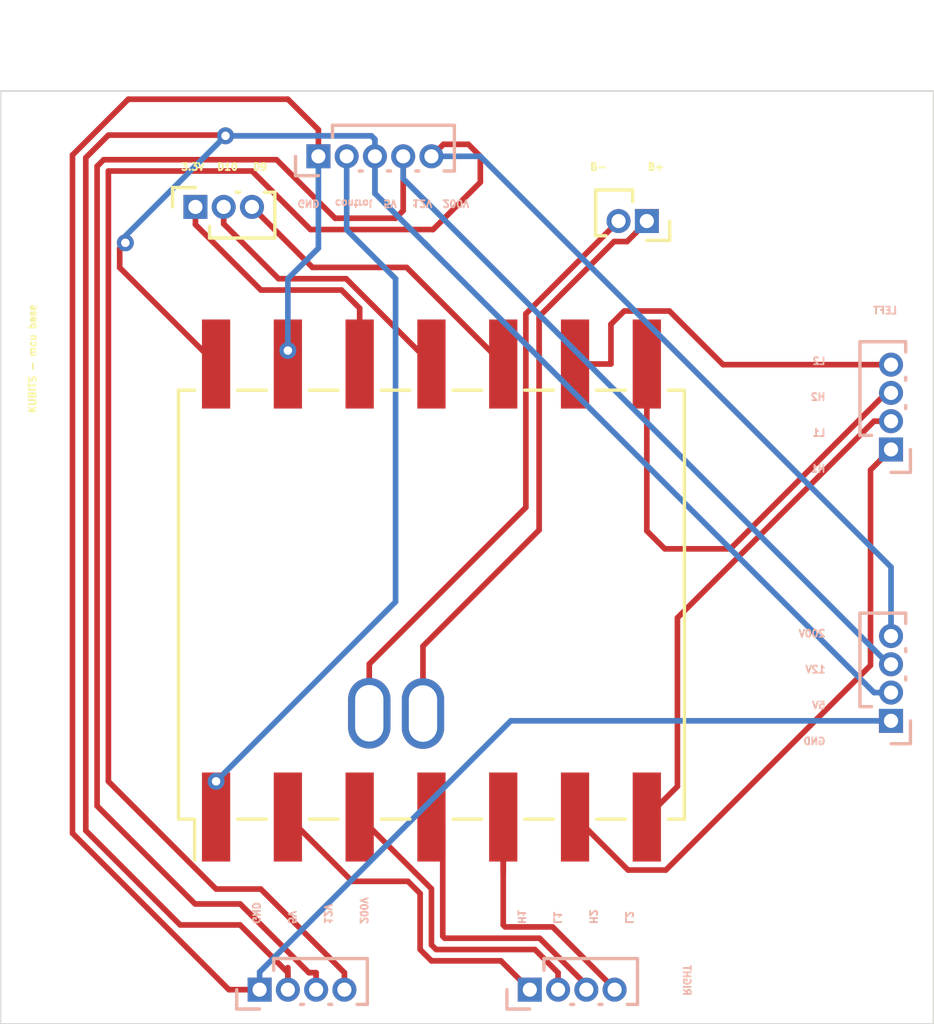
<source format=kicad_pcb>
(kicad_pcb (version 20240108) (generator "pcbnew") (generator_version "8.0")
  (layers (0 "F.Cu" signal) (31 "B.Cu" signal) (34 "B.Paste" user) (35 "F.Paste" user) (36 "B.SilkS" user "B.Silkscreen") (37 "F.SilkS" user "F.Silkscreen") (38 "B.Mask" user) (39 "F.Mask" user) (44 "Edge.Cuts" user))
  (net 0 "")
  (net 1 "Net-(J8-Pin_2)")
  (net 2 "Net-(J8-Pin_1)")
  (net 3 "/VLIN4")
  (net 4 "/VHIN2")
  (net 5 "/VHIN3")
  (net 6 "GND")
  (net 7 "Net-(J7-Pin_2)")
  (net 8 "Net-(J7-Pin_3)")
  (net 9 "V3_5")
  (net 10 "Net-(J7-Pin_1)")
  (net 11 "/VLIN2")
  (net 12 "/VLIN1")
  (net 13 "/VLIN3")
  (net 14 "/VHIN1")
  (net 15 "/VHIN4")
  (net 16 "flyout")
  (net 17 "V2_12")
  (net 18 "charge")
  (footprint "xiao_esp32c3:xiao_esp32c3" (layer "F.Cu") (at 118.64 83.122843 90)
    (property "Reference" "U1" (hide yes))
    (property "Value" "XIAO ESP32C3")
    (fp_line (start 6.5 -10.75) (end 6.5 -10.18) (stroke (width 0.12)) (layer "F.SilkS"))
    (fp_line (start -8.675 -10.75) (end 6.5 -10.75) (stroke (width 0.12)) (layer "F.SilkS"))
    (fp_line (start -8.675 -10.75) (end -8.675 -10.18) (stroke (width 0.12)) (layer "F.SilkS"))
    (fp_line (start -10.115 -10.18) (end -8.675 -10.18) (stroke (width 0.12)) (layer "F.SilkS"))
    (fp_line (start 6.5 -8.66) (end 6.5 -7.64) (stroke (width 0.12)) (layer "F.SilkS"))
    (fp_line (start -8.675 -8.66) (end -8.675 -7.64) (stroke (width 0.12)) (layer "F.SilkS"))
    (fp_line (start 6.5 -6.12) (end 6.5 -5.1) (stroke (width 0.12)) (layer "F.SilkS"))
    (fp_line (start -8.675 -6.12) (end -8.675 -5.1) (stroke (width 0.12)) (layer "F.SilkS"))
    (fp_line (start 6.5 -3.58) (end 6.5 -2.56) (stroke (width 0.12)) (layer "F.SilkS"))
    (fp_line (start -8.675 -3.58) (end -8.675 -2.56) (stroke (width 0.12)) (layer "F.SilkS"))
    (fp_line (start 6.5 -1.04) (end 6.5 -0.02) (stroke (width 0.12)) (layer "F.SilkS"))
    (fp_line (start -8.675 -1.04) (end -8.675 -0.02) (stroke (width 0.12)) (layer "F.SilkS"))
    (fp_line (start 6.5 1.5) (end 6.5 2.52) (stroke (width 0.12)) (layer "F.SilkS"))
    (fp_line (start -8.675 1.5) (end -8.675 2.52) (stroke (width 0.12)) (layer "F.SilkS"))
    (fp_line (start 6.5 4.04) (end 6.5 5.06) (stroke (width 0.12)) (layer "F.SilkS"))
    (fp_line (start -8.675 4.04) (end -8.675 5.06) (stroke (width 0.12)) (layer "F.SilkS"))
    (fp_line (start 6.5 6.58) (end 6.5 7.15) (stroke (width 0.12)) (layer "F.SilkS"))
    (fp_line (start -8.675 6.58) (end -8.675 7.15) (stroke (width 0.12)) (layer "F.SilkS"))
    (fp_line (start -8.675 7.15) (end 6.5 7.15) (stroke (width 0.12)) (layer "F.SilkS"))
    (pad "1" smd rect (at -8.6 -9.42 90) (size 3.15 1) (layers "F.Cu" "F.Paste" "F.Mask") (net 18 "charge"))
    (pad "2" smd rect (at -8.6 -6.88 90) (size 3.15 1) (layers "F.Cu" "F.Paste" "F.Mask") (net 14 "/VHIN1"))
    (pad "3" smd rect (at -8.6 -4.34 90) (size 3.15 1) (layers "F.Cu" "F.Paste" "F.Mask") (net 12 "/VLIN1"))
    (pad "4" smd rect (at -8.6 -1.8 90) (size 3.15 1) (layers "F.Cu" "F.Paste" "F.Mask") (net 4 "/VHIN2"))
    (pad "5" smd rect (at -8.6 0.74 90) (size 3.15 1) (layers "F.Cu" "F.Paste" "F.Mask") (net 11 "/VLIN2"))
    (pad "6" smd rect (at -8.6 3.28 90) (size 3.15 1) (layers "F.Cu" "F.Paste" "F.Mask") (net 5 "/VHIN3"))
    (pad "7" smd rect (at -8.6 5.82 90) (size 3.15 1) (layers "F.Cu" "F.Paste" "F.Mask") (net 13 "/VLIN3"))
    (pad "8" smd rect (at 7.425 5.82 90) (size 3.15 1) (layers "F.Cu" "F.Paste" "F.Mask") (net 15 "/VHIN4"))
    (pad "9" smd rect (at 7.425 3.28 90) (size 3.15 1) (layers "F.Cu" "F.Paste" "F.Mask") (net 3 "/VLIN4"))
    (pad "10" smd rect (at 7.425 0.74 90) (size 3.15 1) (layers "F.Cu" "F.Paste" "F.Mask") (net 8 "Net-(J7-Pin_3)"))
    (pad "11" smd rect (at 7.425 -1.8 90) (size 3.15 1) (layers "F.Cu" "F.Paste" "F.Mask") (net 7 "Net-(J7-Pin_2)"))
    (pad "12" smd rect (at 7.425 -4.34 90) (size 3.15 1) (layers "F.Cu" "F.Paste" "F.Mask") (net 10 "Net-(J7-Pin_1)"))
    (pad "13" smd rect (at 7.425 -6.88 90) (size 3.15 1) (layers "F.Cu" "F.Paste" "F.Mask") (net 6 "GND"))
    (pad "14" smd rect (at 7.425 -9.42 90) (size 3.15 1) (layers "F.Cu" "F.Paste" "F.Mask") (net 9 "V3_5"))
    (pad "B+" thru_hole oval (at -4.94 -2.1 90) (size 2.5 1.5) (drill oval 2 1) (layers "*.Cu" "*.Mask") (net 2 "Net-(J8-Pin_1)"))
    (pad "B-" thru_hole oval (at -4.929 -4 90) (size 2.5 1.5) (drill oval 2 1) (layers "*.Cu" "*.Mask") (net 1 "Net-(J8-Pin_2)"))
  )
  (footprint "Connector_PinSocket_1.00mm:PinSocket_1x02_P1.00mm_Vertical" (layer "F.Cu") (at 124.46 70.640343 -90)
    (property "Reference" "J8" (hide yes))
    (property "Value" "Conn_01x02_Socket")
    (fp_line (start -1.1 1.81) (end 0.52 1.81) (stroke (width 0.12)) (layer "F.SilkS"))
    (fp_line (start 0.52 1.445898) (end 0.52 1.81) (stroke (width 0.12)) (layer "F.SilkS"))
    (fp_line (start -1.1 0.5) (end -1.1 1.81) (stroke (width 0.12)) (layer "F.SilkS"))
    (fp_line (start -1.1 0.5) (end -0.685 0.5) (stroke (width 0.12)) (layer "F.SilkS"))
    (fp_line (start 0 -0.81) (end 0.685 -0.81) (stroke (width 0.12)) (layer "F.SilkS"))
    (fp_line (start 0.685 -0.81) (end 0.685 0) (stroke (width 0.12)) (layer "F.SilkS"))
    (pad "1" thru_hole rect (at 0 0 270) (size 0.85 0.85) (drill 0.5) (layers "*.Cu" "*.Mask") (net 2 "Net-(J8-Pin_1)"))
    (pad "2" thru_hole oval (at 0 1 270) (size 0.85 0.85) (drill 0.5) (layers "*.Cu" "*.Mask") (net 1 "Net-(J8-Pin_2)"))
  )
  (footprint "Connector_PinSocket_1.00mm:PinSocket_1x03_P1.00mm_Vertical" (layer "F.Cu") (at 108.49 70.140343 90)
    (property "Reference" "J7" (hide yes))
    (property "Value" "Conn_01x03_Socket")
    (fp_line (start 0.685 -0.81) (end 0.685 0) (stroke (width 0.12)) (layer "F.SilkS"))
    (fp_line (start 0 -0.81) (end 0.685 -0.81) (stroke (width 0.12)) (layer "F.SilkS"))
    (fp_line (start -1.1 0.5) (end -0.685 0.5) (stroke (width 0.12)) (layer "F.SilkS"))
    (fp_line (start -1.1 0.5) (end -1.1 2.81) (stroke (width 0.12)) (layer "F.SilkS"))
    (fp_line (start 0.52 1.445898) (end 0.52 1.554102) (stroke (width 0.12)) (layer "F.SilkS"))
    (fp_line (start 0.52 2.445898) (end 0.52 2.81) (stroke (width 0.12)) (layer "F.SilkS"))
    (fp_line (start -1.1 2.81) (end 0.52 2.81) (stroke (width 0.12)) (layer "F.SilkS"))
    (pad "1" thru_hole rect (at 0 0 90) (size 0.85 0.85) (drill 0.5) (layers "*.Cu" "*.Mask") (net 10 "Net-(J7-Pin_1)"))
    (pad "2" thru_hole oval (at 0 1 90) (size 0.85 0.85) (drill 0.5) (layers "*.Cu" "*.Mask") (net 7 "Net-(J7-Pin_2)"))
    (pad "3" thru_hole oval (at 0 2 90) (size 0.85 0.85) (drill 0.5) (layers "*.Cu" "*.Mask") (net 8 "Net-(J7-Pin_3)"))
  )
  (footprint "Connector_PinSocket_1.00mm:PinSocket_1x05_P1.00mm_Vertical" (layer "B.Cu") (at 112.84 68.350343 -90)
    (property "Reference" "J2" (hide yes))
    (property "Value" "Conn_01x05_Socket" (hide yes))
    (fp_line (start 0.685 0.81) (end 0 0.81) (stroke (width 0.12)) (layer "B.SilkS"))
    (fp_line (start 0.685 0) (end 0.685 0.81) (stroke (width 0.12)) (layer "B.SilkS"))
    (fp_line (start -0.685 -0.5) (end -1.1 -0.5) (stroke (width 0.12)) (layer "B.SilkS"))
    (fp_line (start 0.52 -1.554102) (end 0.52 -1.445898) (stroke (width 0.12)) (layer "B.SilkS"))
    (fp_line (start 0.52 -2.554102) (end 0.52 -2.445898) (stroke (width 0.12)) (layer "B.SilkS"))
    (fp_line (start 0.52 -3.554102) (end 0.52 -3.445898) (stroke (width 0.12)) (layer "B.SilkS"))
    (fp_line (start -1.1 -4.81) (end -1.1 -0.5) (stroke (width 0.12)) (layer "B.SilkS"))
    (fp_line (start 0.52 -4.81) (end 0.52 -4.445898) (stroke (width 0.12)) (layer "B.SilkS"))
    (fp_line (start 0.52 -4.81) (end -1.1 -4.81) (stroke (width 0.12)) (layer "B.SilkS"))
    (pad "1" thru_hole rect (at 0 0 270) (size 0.85 0.85) (drill 0.5) (layers "*.Cu" "*.Mask") (net 6 "GND"))
    (pad "2" thru_hole oval (at 0 -1 270) (size 0.85 0.85) (drill 0.5) (layers "*.Cu" "*.Mask") (net 18 "charge"))
    (pad "3" thru_hole oval (at 0 -2 270) (size 0.85 0.85) (drill 0.5) (layers "*.Cu" "*.Mask") (net 9 "V3_5"))
    (pad "4" thru_hole oval (at 0 -3 270) (size 0.85 0.85) (drill 0.5) (layers "*.Cu" "*.Mask") (net 17 "V2_12"))
    (pad "5" thru_hole oval (at 0 -4 270) (size 0.85 0.85) (drill 0.5) (layers "*.Cu" "*.Mask") (net 16 "flyout"))
  )
  (footprint "Connector_PinSocket_1.00mm:PinSocket_1x04_P1.00mm_Vertical" (layer "B.Cu") (at 120.32 97.830343 -90)
    (property "Reference" "J1" (hide yes))
    (property "Value" "Conn_01x04_Socket" (hide yes))
    (fp_line (start 0.685 0.81) (end 0 0.81) (stroke (width 0.12)) (layer "B.SilkS"))
    (fp_line (start 0.685 0) (end 0.685 0.81) (stroke (width 0.12)) (layer "B.SilkS"))
    (fp_line (start -0.685 -0.5) (end -1.1 -0.5) (stroke (width 0.12)) (layer "B.SilkS"))
    (fp_line (start 0.52 -1.554102) (end 0.52 -1.445898) (stroke (width 0.12)) (layer "B.SilkS"))
    (fp_line (start 0.52 -2.554102) (end 0.52 -2.445898) (stroke (width 0.12)) (layer "B.SilkS"))
    (fp_line (start -1.1 -3.81) (end -1.1 -0.5) (stroke (width 0.12)) (layer "B.SilkS"))
    (fp_line (start 0.52 -3.81) (end 0.52 -3.445898) (stroke (width 0.12)) (layer "B.SilkS"))
    (fp_line (start 0.52 -3.81) (end -1.1 -3.81) (stroke (width 0.12)) (layer "B.SilkS"))
    (pad "1" thru_hole rect (at 0 0 270) (size 0.85 0.85) (drill 0.5) (layers "*.Cu" "*.Mask") (net 14 "/VHIN1"))
    (pad "2" thru_hole oval (at 0 -1 270) (size 0.85 0.85) (drill 0.5) (layers "*.Cu" "*.Mask") (net 12 "/VLIN1"))
    (pad "3" thru_hole oval (at 0 -2 270) (size 0.85 0.85) (drill 0.5) (layers "*.Cu" "*.Mask") (net 4 "/VHIN2"))
    (pad "4" thru_hole oval (at 0 -3 270) (size 0.85 0.85) (drill 0.5) (layers "*.Cu" "*.Mask") (net 11 "/VLIN2"))
  )
  (footprint "Connector_PinSocket_1.00mm:PinSocket_1x04_P1.00mm_Vertical" (layer "B.Cu") (at 110.76 97.830343 -90)
    (property "Reference" "J3" (hide yes))
    (property "Value" "Conn_01x04_Socket" (hide yes))
    (fp_line (start 0.685 0.81) (end 0 0.81) (stroke (width 0.12)) (layer "B.SilkS"))
    (fp_line (start 0.685 0) (end 0.685 0.81) (stroke (width 0.12)) (layer "B.SilkS"))
    (fp_line (start -0.685 -0.5) (end -1.1 -0.5) (stroke (width 0.12)) (layer "B.SilkS"))
    (fp_line (start 0.52 -1.554102) (end 0.52 -1.445898) (stroke (width 0.12)) (layer "B.SilkS"))
    (fp_line (start 0.52 -2.554102) (end 0.52 -2.445898) (stroke (width 0.12)) (layer "B.SilkS"))
    (fp_line (start -1.1 -3.81) (end -1.1 -0.5) (stroke (width 0.12)) (layer "B.SilkS"))
    (fp_line (start 0.52 -3.81) (end 0.52 -3.445898) (stroke (width 0.12)) (layer "B.SilkS"))
    (fp_line (start 0.52 -3.81) (end -1.1 -3.81) (stroke (width 0.12)) (layer "B.SilkS"))
    (pad "1" thru_hole rect (at 0 0 270) (size 0.85 0.85) (drill 0.5) (layers "*.Cu" "*.Mask") (net 6 "GND"))
    (pad "2" thru_hole oval (at 0 -1 270) (size 0.85 0.85) (drill 0.5) (layers "*.Cu" "*.Mask") (net 9 "V3_5"))
    (pad "3" thru_hole oval (at 0 -2 270) (size 0.85 0.85) (drill 0.5) (layers "*.Cu" "*.Mask") (net 17 "V2_12"))
    (pad "4" thru_hole oval (at 0 -3 270) (size 0.85 0.85) (drill 0.5) (layers "*.Cu" "*.Mask") (net 16 "flyout"))
  )
  (footprint "Connector_PinSocket_1.00mm:PinSocket_1x04_P1.00mm_Vertical" (layer "B.Cu") (at 133.1 78.720343)
    (property "Reference" "J6" (hide yes))
    (property "Value" "Conn_01x04_Socket" (hide yes))
    (fp_line (start -1.1 -3.81) (end -1.1 -0.5) (stroke (width 0.12)) (layer "B.SilkS"))
    (fp_line (start -0.685 -0.5) (end -1.1 -0.5) (stroke (width 0.12)) (layer "B.SilkS"))
    (fp_line (start 0.52 -3.81) (end -1.1 -3.81) (stroke (width 0.12)) (layer "B.SilkS"))
    (fp_line (start 0.52 -3.81) (end 0.52 -3.445898) (stroke (width 0.12)) (layer "B.SilkS"))
    (fp_line (start 0.52 -2.554102) (end 0.52 -2.445898) (stroke (width 0.12)) (layer "B.SilkS"))
    (fp_line (start 0.52 -1.554102) (end 0.52 -1.445898) (stroke (width 0.12)) (layer "B.SilkS"))
    (fp_line (start 0.685 0) (end 0.685 0.81) (stroke (width 0.12)) (layer "B.SilkS"))
    (fp_line (start 0.685 0.81) (end 0 0.81) (stroke (width 0.12)) (layer "B.SilkS"))
    (pad "1" thru_hole rect (at 0 0) (size 0.85 0.85) (drill 0.5) (layers "*.Cu" "*.Mask") (net 5 "/VHIN3"))
    (pad "2" thru_hole oval (at 0 -1) (size 0.85 0.85) (drill 0.5) (layers "*.Cu" "*.Mask") (net 13 "/VLIN3"))
    (pad "3" thru_hole oval (at 0 -2) (size 0.85 0.85) (drill 0.5) (layers "*.Cu" "*.Mask") (net 15 "/VHIN4"))
    (pad "4" thru_hole oval (at 0 -3) (size 0.85 0.85) (drill 0.5) (layers "*.Cu" "*.Mask") (net 3 "/VLIN4"))
  )
  (footprint "Connector_PinSocket_1.00mm:PinSocket_1x04_P1.00mm_Vertical" (layer "B.Cu") (at 133.1 88.320343)
    (property "Reference" "J4" (hide yes))
    (property "Value" "Conn_01x04_Socket" (hide yes))
    (fp_line (start -1.1 -3.81) (end -1.1 -0.5) (stroke (width 0.12)) (layer "B.SilkS"))
    (fp_line (start -0.685 -0.5) (end -1.1 -0.5) (stroke (width 0.12)) (layer "B.SilkS"))
    (fp_line (start 0.52 -3.81) (end -1.1 -3.81) (stroke (width 0.12)) (layer "B.SilkS"))
    (fp_line (start 0.52 -3.81) (end 0.52 -3.445898) (stroke (width 0.12)) (layer "B.SilkS"))
    (fp_line (start 0.52 -2.554102) (end 0.52 -2.445898) (stroke (width 0.12)) (layer "B.SilkS"))
    (fp_line (start 0.52 -1.554102) (end 0.52 -1.445898) (stroke (width 0.12)) (layer "B.SilkS"))
    (fp_line (start 0.685 0) (end 0.685 0.81) (stroke (width 0.12)) (layer "B.SilkS"))
    (fp_line (start 0.685 0.81) (end 0 0.81) (stroke (width 0.12)) (layer "B.SilkS"))
    (pad "1" thru_hole rect (at 0 0) (size 0.85 0.85) (drill 0.5) (layers "*.Cu" "*.Mask") (net 6 "GND"))
    (pad "2" thru_hole oval (at 0 -1) (size 0.85 0.85) (drill 0.5) (layers "*.Cu" "*.Mask") (net 9 "V3_5"))
    (pad "3" thru_hole oval (at 0 -2) (size 0.85 0.85) (drill 0.5) (layers "*.Cu" "*.Mask") (net 17 "V2_12"))
    (pad "4" thru_hole oval (at 0 -3) (size 0.85 0.85) (drill 0.5) (layers "*.Cu" "*.Mask") (net 16 "flyout"))
  )
  (gr_rect (start 101.6 66.04) (end 134.6 99.04) (stroke (width 0.05)) (fill none) (layer "Edge.Cuts"))
  (gr_text "GND" (at 110.49 95.540343 -90) (layer "B.SilkS") (effects (font (size 0.25 0.25) (thickness 0.0625)) (justify left bottom mirror)))
  (gr_text "200V" (at 130.81 85.380343 0) (layer "B.SilkS") (effects (font (size 0.25 0.25) (thickness 0.0625)) (justify left bottom mirror)))
  (gr_text "L2" (at 123.69 95.540343 -90) (layer "B.SilkS") (effects (font (size 0.25 0.25) (thickness 0.0625)) (justify left bottom mirror)))
  (gr_text "200V" (at 117.2 69.870343 180) (layer "B.SilkS") (effects (font (size 0.25 0.25) (thickness 0.0625)) (justify left bottom mirror)))
  (gr_text "GND" (at 130.81 89.190343 0) (layer "B.SilkS") (effects (font (size 0.25 0.25) (thickness 0.0625)) (justify left bottom mirror)))
  (gr_text "L1" (at 130.81 78.280343 0) (layer "B.SilkS") (effects (font (size 0.25 0.25) (thickness 0.0625)) (justify left bottom mirror)))
  (gr_text "control\n" (at 113.39 69.870343 180) (layer "B.SilkS") (effects (font (size 0.25 0.25) (thickness 0.0625)) (justify left bottom mirror)))
  (gr_text "5V" (at 115.11 69.870343 180) (layer "B.SilkS") (effects (font (size 0.25 0.25) (thickness 0.0625)) (justify left bottom mirror)))
  (gr_text "H2" (at 130.81 77.010343 0) (layer "B.SilkS") (effects (font (size 0.25 0.25) (thickness 0.0625)) (justify left bottom mirror)))
  (gr_text "RIGHT" (at 125.73 98.080343 270) (layer "B.SilkS") (effects (font (size 0.25 0.25) (thickness 0.0625)) (justify left bottom mirror)))
  (gr_text "L1" (at 121.15 95.540343 -90) (layer "B.SilkS") (effects (font (size 0.25 0.25) (thickness 0.0625)) (justify left bottom mirror)))
  (gr_text "H1" (at 130.81 79.550343 0) (layer "B.SilkS") (effects (font (size 0.25 0.25) (thickness 0.0625)) (justify left bottom mirror)))
  (gr_text "5V" (at 130.81 87.920343 0) (layer "B.SilkS") (effects (font (size 0.25 0.25) (thickness 0.0625)) (justify left bottom mirror)))
  (gr_text "12V" (at 116.13 69.870343 180) (layer "B.SilkS") (effects (font (size 0.25 0.25) (thickness 0.0625)) (justify left bottom mirror)))
  (gr_text "GND" (at 112.07 69.870343 180) (layer "B.SilkS") (effects (font (size 0.25 0.25) (thickness 0.0625)) (justify left bottom mirror)))
  (gr_text "12V" (at 113.03 95.540343 -90) (layer "B.SilkS") (effects (font (size 0.25 0.25) (thickness 0.0625)) (justify left bottom mirror)))
  (gr_text "200V" (at 114.3 95.540343 -90) (layer "B.SilkS") (effects (font (size 0.25 0.25) (thickness 0.0625)) (justify left bottom mirror)))
  (gr_text "H2" (at 122.42 95.540343 -90) (layer "B.SilkS") (effects (font (size 0.25 0.25) (thickness 0.0625)) (justify left bottom mirror)))
  (gr_text "H1" (at 119.88 95.540343 -90) (layer "B.SilkS") (effects (font (size 0.25 0.25) (thickness 0.0625)) (justify left bottom mirror)))
  (gr_text "12V" (at 130.81 86.650343 0) (layer "B.SilkS") (effects (font (size 0.25 0.25) (thickness 0.0625)) (justify left bottom mirror)))
  (gr_text "LEFT" (at 133.35 73.950343 0) (layer "B.SilkS") (effects (font (size 0.25 0.25) (thickness 0.0625)) (justify left bottom mirror)))
  (gr_text "L2" (at 130.81 75.740343 0) (layer "B.SilkS") (effects (font (size 0.25 0.25) (thickness 0.0625)) (justify left bottom mirror)))
  (gr_text "5V" (at 111.76 95.540343 -90) (layer "B.SilkS") (effects (font (size 0.25 0.25) (thickness 0.0625)) (justify left bottom mirror)))
  (gr_text "B+\n" (at 124.46 68.870343 0) (layer "F.SilkS") (effects (font (size 0.25 0.25) (thickness 0.0625)) (justify left bottom)))
  (gr_text "B-\n" (at 122.42 68.870343 0) (layer "F.SilkS") (effects (font (size 0.25 0.25) (thickness 0.0625)) (justify left bottom)))
  (gr_text "KUBITS - mcu base" (at 102.87 77.47 90) (layer "F.SilkS") (effects (font (size 0.25 0.25) (thickness 0.0625)) (justify left bottom)))
  (gr_text "D10\n" (at 109.22 68.870343 0) (layer "F.SilkS") (effects (font (size 0.25 0.25) (thickness 0.0625)) (justify left bottom)))
  (gr_text "D9\n" (at 110.49 68.870343 0) (layer "F.SilkS") (effects (font (size 0.25 0.25) (thickness 0.0625)) (justify left bottom)))
  (gr_text "3.3V" (at 107.95 68.870343 0) (layer "F.SilkS") (effects (font (size 0.25 0.25) (thickness 0.0625)) (justify left bottom)))
  (segment (start 120.18 80.770343) (end 114.64 86.310343) (width 0.2) (layer "F.Cu") (net 1))
  (segment (start 120.18 73.920343) (end 120.18 80.770343) (width 0.2) (layer "F.Cu") (net 1))
  (segment (start 123.46 70.640343) (end 120.18 73.920343) (width 0.2) (layer "F.Cu") (net 1))
  (segment (start 114.64 86.310343) (end 114.64 88.051843) (width 0.2) (layer "F.Cu") (net 1))
  (segment (start 123.760305 71.365343) (end 123.300686 71.365343) (width 0.2) (layer "F.Cu") (net 2))
  (segment (start 124.46 70.665648) (end 123.760305 71.365343) (width 0.2) (layer "F.Cu") (net 2))
  (segment (start 120.65 74.016029) (end 120.65 81.570343) (width 0.2) (layer "F.Cu") (net 2))
  (segment (start 120.65 81.570343) (end 116.54 85.680343) (width 0.2) (layer "F.Cu") (net 2))
  (segment (start 123.300686 71.365343) (end 120.65 74.016029) (width 0.2) (layer "F.Cu") (net 2))
  (segment (start 116.54 85.680343) (end 116.54 88.062843) (width 0.2) (layer "F.Cu") (net 2))
  (segment (start 124.46 70.640343) (end 124.46 70.665648) (width 0.2) (layer "F.Cu") (net 2))
  (segment (start 123.19 74.292843) (end 123.66 73.822843) (width 0.2) (layer "F.Cu") (net 3))
  (segment (start 121.92 75.697843) (end 123.19 75.697843) (width 0.2) (layer "F.Cu") (net 3))
  (segment (start 123.66 73.822843) (end 125.26 73.822843) (width 0.2) (layer "F.Cu") (net 3))
  (segment (start 127.1575 75.720343) (end 133.1 75.720343) (width 0.2) (layer "F.Cu") (net 3))
  (segment (start 125.26 73.822843) (end 127.1575 75.720343) (width 0.2) (layer "F.Cu") (net 3))
  (segment (start 123.19 75.697843) (end 123.19 74.292843) (width 0.2) (layer "F.Cu") (net 3))
  (segment (start 117.24 92.122843) (end 117.24 95.940343) (width 0.2) (layer "F.Cu") (net 4))
  (segment (start 122.32 97.663617) (end 122.32 97.830343) (width 0.2) (layer "F.Cu") (net 4))
  (segment (start 120.666726 96.010343) (end 122.32 97.663617) (width 0.2) (layer "F.Cu") (net 4))
  (segment (start 116.84 91.722843) (end 117.24 92.122843) (width 0.2) (layer "F.Cu") (net 4))
  (segment (start 117.31 96.010343) (end 120.666726 96.010343) (width 0.2) (layer "F.Cu") (net 4))
  (segment (start 117.24 95.940343) (end 117.31 96.010343) (width 0.2) (layer "F.Cu") (net 4))
  (segment (start 132.375 86.355343) (end 132.375 79.445343) (width 0.2) (layer "F.Cu") (net 5))
  (segment (start 132.375 79.445343) (end 133.1 78.720343) (width 0.2) (layer "F.Cu") (net 5))
  (segment (start 121.92 91.722843) (end 123.795 93.597843) (width 0.2) (layer "F.Cu") (net 5))
  (segment (start 123.795 93.597843) (end 125.1325 93.597843) (width 0.2) (layer "F.Cu") (net 5))
  (segment (start 125.1325 93.597843) (end 132.375 86.355343) (width 0.2) (layer "F.Cu") (net 5))
  (segment (start 104.14 68.304657) (end 106.114314 66.330343) (width 0.2) (layer "F.Cu") (net 6))
  (segment (start 109.674314 97.830343) (end 110.76 97.830343) (width 0.2) (layer "F.Cu") (net 6))
  (segment (start 104.14 92.296029) (end 109.674314 97.830343) (width 0.2) (layer "F.Cu") (net 6))
  (segment (start 104.14 68.304657) (end 104.14 68.870343) (width 0.2) (layer "F.Cu") (net 6))
  (segment (start 104.14 68.870343) (end 104.14 92.296029) (width 0.2) (layer "F.Cu") (net 6))
  (segment (start 112.84 67.410343) (end 112.84 68.350343) (width 0.2) (layer "F.Cu") (net 6))
  (segment (start 106.114314 66.330343) (end 111.76 66.330343) (width 0.2) (layer "F.Cu") (net 6))
  (segment (start 111.76 75.220343) (end 111.76 75.697843) (width 0.2) (layer "F.Cu") (net 6))
  (segment (start 111.76 66.330343) (end 112.84 67.410343) (width 0.2) (layer "F.Cu") (net 6))
  (via (at 111.76 75.220343) (size 0.6) (drill 0.3) (layers "F.Cu" "B.Cu") (net 6))
  (segment (start 133.1 88.320343) (end 119.645 88.320343) (width 0.2) (layer "B.Cu") (net 6))
  (segment (start 111.76 72.680343) (end 112.84 71.600343) (width 0.2) (layer "B.Cu") (net 6))
  (segment (start 112.84 71.600343) (end 112.84 68.350343) (width 0.2) (layer "B.Cu") (net 6))
  (segment (start 110.76 97.205343) (end 110.76 97.830343) (width 0.2) (layer "B.Cu") (net 6))
  (segment (start 111.76 75.220343) (end 111.76 72.680343) (width 0.2) (layer "B.Cu") (net 6))
  (segment (start 119.645 88.320343) (end 110.76 97.205343) (width 0.2) (layer "B.Cu") (net 6))
  (segment (start 111.42896 72.680343) (end 113.8225 72.680343) (width 0.2) (layer "F.Cu") (net 7))
  (segment (start 113.8225 72.680343) (end 116.84 75.697843) (width 0.2) (layer "F.Cu") (net 7))
  (segment (start 109.49 70.741383) (end 111.42896 72.680343) (width 0.2) (layer "F.Cu") (net 7))
  (segment (start 109.49 70.140343) (end 109.49 70.741383) (width 0.2) (layer "F.Cu") (net 7))
  (segment (start 112.629999 72.280343) (end 115.9625 72.280343) (width 0.2) (layer "F.Cu") (net 8))
  (segment (start 115.9625 72.280343) (end 119.38 75.697843) (width 0.2) (layer "F.Cu") (net 8))
  (segment (start 110.49 70.140343) (end 111.407842 71.058186) (width 0.2) (layer "F.Cu") (net 8))
  (segment (start 111.407842 71.058186) (end 112.629999 72.280343) (width 0.2) (layer "F.Cu") (net 8))
  (segment (start 109.22 75.697843) (end 105.81 72.287843) (width 0.2) (layer "F.Cu") (net 9))
  (segment (start 109.53 67.600343) (end 109.555 67.625343) (width 0.2) (layer "F.Cu") (net 9))
  (segment (start 111.76 97.050343) (end 111.76 97.830343) (width 0.2) (layer "F.Cu") (net 9))
  (segment (start 111.76 97.830343) (end 111.76 97.229303) (width 0.2) (layer "F.Cu") (net 9))
  (segment (start 107.95 95.540343) (end 104.61 92.200343) (width 0.2) (layer "F.Cu") (net 9))
  (segment (start 105.81 72.287843) (end 105.81 71.610343) (width 0.2) (layer "F.Cu") (net 9))
  (segment (start 111.76 97.229303) (end 110.07104 95.540343) (width 0.2) (layer "F.Cu") (net 9))
  (segment (start 110.07104 95.540343) (end 107.95 95.540343) (width 0.2) (layer "F.Cu") (net 9))
  (segment (start 104.61 68.400343) (end 105.41 67.600343) (width 0.2) (layer "F.Cu") (net 9))
  (segment (start 105.81 71.610343) (end 106.01 71.410343) (width 0.2) (layer "F.Cu") (net 9))
  (segment (start 105.41 67.600343) (end 109.53 67.600343) (width 0.2) (layer "F.Cu") (net 9))
  (segment (start 104.61 92.200343) (end 104.61 68.400343) (width 0.2) (layer "F.Cu") (net 9))
  (via (at 106.01 71.410343) (size 0.6) (drill 0.3) (layers "F.Cu" "B.Cu") (net 9))
  (via (at 109.555 67.625343) (size 0.6) (drill 0.3) (layers "F.Cu" "B.Cu") (net 9))
  (segment (start 106.01 71.410343) (end 106.01 71.170343) (width 0.2) (layer "B.Cu") (net 9))
  (segment (start 133.1 87.320343) (end 132.49896 87.320343) (width 0.2) (layer "B.Cu") (net 9))
  (segment (start 116.71448 71.535863) (end 114.84 69.661383) (width 0.2) (layer "B.Cu") (net 9))
  (segment (start 116.71448 71.535863) (end 116.57 71.391383) (width 0.2) (layer "B.Cu") (net 9))
  (segment (start 114.71604 67.625343) (end 109.555 67.625343) (width 0.2) (layer "B.Cu") (net 9))
  (segment (start 114.84 67.749303) (end 114.71604 67.625343) (width 0.2) (layer "B.Cu") (net 9))
  (segment (start 109.555 67.625343) (end 109.4 67.780343) (width 0.2) (layer "B.Cu") (net 9))
  (segment (start 114.84 69.661383) (end 114.84 68.350343) (width 0.2) (layer "B.Cu") (net 9))
  (segment (start 132.49896 87.320343) (end 116.71448 71.535863) (width 0.2) (layer "B.Cu") (net 9))
  (segment (start 114.84 69.661383) (end 114.84 67.749303) (width 0.2) (layer "B.Cu") (net 9))
  (segment (start 106.01 71.170343) (end 109.4 67.780343) (width 0.2) (layer "B.Cu") (net 9))
  (segment (start 114.3 73.723529) (end 114.3 75.697843) (width 0.2) (layer "F.Cu") (net 10))
  (segment (start 108.49 70.765343) (end 110.805 73.080343) (width 0.2) (layer "F.Cu") (net 10))
  (segment (start 108.49 70.140343) (end 108.49 70.765343) (width 0.2) (layer "F.Cu") (net 10))
  (segment (start 113.656814 73.080343) (end 114.3 73.723529) (width 0.2) (layer "F.Cu") (net 10))
  (segment (start 110.805 73.080343) (end 113.656814 73.080343) (width 0.2) (layer "F.Cu") (net 10))
  (segment (start 119.38 93.697157) (end 119.38 91.722843) (width 0.2) (layer "F.Cu") (net 11))
  (segment (start 119.45 95.610343) (end 121.125305 95.610343) (width 0.2) (layer "F.Cu") (net 11))
  (segment (start 121.125305 95.610343) (end 123.32 97.805038) (width 0.2) (layer "F.Cu") (net 11))
  (segment (start 123.32 97.805038) (end 123.32 97.830343) (width 0.2) (layer "F.Cu") (net 11))
  (segment (start 119.38 95.540343) (end 119.45 95.610343) (width 0.2) (layer "F.Cu") (net 11))
  (segment (start 119.38 91.722843) (end 119.38 95.540343) (width 0.2) (layer "F.Cu") (net 11))
  (segment (start 120.50104 96.410343) (end 117.005686 96.410343) (width 0.2) (layer "F.Cu") (net 12))
  (segment (start 121.32 97.830343) (end 121.32 97.229303) (width 0.2) (layer "F.Cu") (net 12))
  (segment (start 121.32 97.229303) (end 120.50104 96.410343) (width 0.2) (layer "F.Cu") (net 12))
  (segment (start 117.005686 96.410343) (end 116.84 96.244657) (width 0.2) (layer "F.Cu") (net 12))
  (segment (start 116.84 96.244657) (end 116.84 94.262843) (width 0.2) (layer "F.Cu") (net 12))
  (segment (start 116.84 94.262843) (end 114.3 91.722843) (width 0.2) (layer "F.Cu") (net 12))
  (segment (start 132.49896 77.720343) (end 133.1 77.720343) (width 0.2) (layer "F.Cu") (net 13))
  (segment (start 125.5425 84.676803) (end 132.49896 77.720343) (width 0.2) (layer "F.Cu") (net 13))
  (segment (start 125.5425 90.640343) (end 125.5425 84.676803) (width 0.2) (layer "F.Cu") (net 13))
  (segment (start 124.46 91.722843) (end 125.5425 90.640343) (width 0.2) (layer "F.Cu") (net 13))
  (segment (start 119.3 96.810343) (end 116.84 96.810343) (width 0.2) (layer "F.Cu") (net 14))
  (segment (start 114.035 93.997843) (end 111.76 91.722843) (width 0.2) (layer "F.Cu") (net 14))
  (segment (start 116.84 96.810343) (end 116.605686 96.576028) (width 0.2) (layer "F.Cu") (net 14))
  (segment (start 120.32 97.830343) (end 119.3 96.810343) (width 0.2) (layer "F.Cu") (net 14))
  (segment (start 116.605686 96.576028) (end 116.44 96.410343) (width 0.2) (layer "F.Cu") (net 14))
  (segment (start 116.009314 93.997843) (end 114.035 93.997843) (width 0.2) (layer "F.Cu") (net 14))
  (segment (start 116.44 94.428529) (end 116.009314 93.997843) (width 0.2) (layer "F.Cu") (net 14))
  (segment (start 116.44 96.410343) (end 116.44 94.428529) (width 0.2) (layer "F.Cu") (net 14))
  (segment (start 127.41792 82.235697) (end 132.933274 76.720343) (width 0.2) (layer "F.Cu") (net 15))
  (segment (start 132.933274 76.720343) (end 133.1 76.720343) (width 0.2) (layer "F.Cu") (net 15))
  (segment (start 125.094314 82.235697) (end 127.41792 82.235697) (width 0.2) (layer "F.Cu") (net 15))
  (segment (start 124.46 75.697843) (end 124.46 81.601383) (width 0.2) (layer "F.Cu") (net 15))
  (segment (start 124.46 81.601383) (end 125.094314 82.235697) (width 0.2) (layer "F.Cu") (net 15))
  (segment (start 109.22 94.270343) (end 105.41 90.460343) (width 0.2) (layer "F.Cu") (net 16))
  (segment (start 113.76 97.229303) (end 110.80104 94.270343) (width 0.2) (layer "F.Cu") (net 16))
  (segment (start 118.145001 67.925344) (end 117.264999 67.925344) (width 0.2) (layer "F.Cu") (net 16))
  (segment (start 112.56 70.940343) (end 116.896726 70.940343) (width 0.2) (layer "F.Cu") (net 16))
  (segment (start 118.57 69.267069) (end 118.57 68.350343) (width 0.2) (layer "F.Cu") (net 16))
  (segment (start 117.264999 67.925344) (end 116.84 68.350343) (width 0.2) (layer "F.Cu") (net 16))
  (segment (start 110.80104 94.270343) (end 109.22 94.270343) (width 0.2) (layer "F.Cu") (net 16))
  (segment (start 110.49 68.870343) (end 112.56 70.940343) (width 0.2) (layer "F.Cu") (net 16))
  (segment (start 105.41 68.870343) (end 110.49 68.870343) (width 0.2) (layer "F.Cu") (net 16))
  (segment (start 105.41 90.460343) (end 105.41 68.870343) (width 0.2) (layer "F.Cu") (net 16))
  (segment (start 118.57 68.350343) (end 118.145001 67.925344) (width 0.2) (layer "F.Cu") (net 16))
  (segment (start 113.76 97.830343) (end 113.76 97.229303) (width 0.2) (layer "F.Cu") (net 16))
  (segment (start 116.896726 70.940343) (end 118.57 69.267069) (width 0.2) (layer "F.Cu") (net 16))
  (segment (start 133.1 85.320343) (end 133.1 82.880343) (width 0.2) (layer "B.Cu") (net 16))
  (segment (start 133.1 82.880343) (end 118.57 68.350343) (width 0.2) (layer "B.Cu") (net 16))
  (segment (start 118.57 68.350343) (end 116.84 68.350343) (width 0.2) (layer "B.Cu") (net 16))
  (segment (start 105.01 91.330343) (end 105.01 68.704658) (width 0.2) (layer "F.Cu") (net 17))
  (segment (start 108.4775 94.797843) (end 105.01 91.330343) (width 0.2) (layer "F.Cu") (net 17))
  (segment (start 111.36 68.470343) (end 113.43 70.540343) (width 0.2) (layer "F.Cu") (net 17))
  (segment (start 115.84 70.270343) (end 115.57 70.540343) (width 0.2) (layer "F.Cu") (net 17))
  (segment (start 112.76 97.830343) (end 112.76 97.229303) (width 0.2) (layer "F.Cu") (net 17))
  (segment (start 105.01 68.704658) (end 105.244315 68.470343) (width 0.2) (layer "F.Cu") (net 17))
  (segment (start 105.244315 68.470343) (end 111.36 68.470343) (width 0.2) (layer "F.Cu") (net 17))
  (segment (start 112.504645 97.229303) (end 110.073185 94.797843) (width 0.2) (layer "F.Cu") (net 17))
  (segment (start 112.76 97.229303) (end 112.504645 97.229303) (width 0.2) (layer "F.Cu") (net 17))
  (segment (start 115.84 68.350343) (end 115.84 70.270343) (width 0.2) (layer "F.Cu") (net 17))
  (segment (start 113.43 70.540343) (end 115.57 70.540343) (width 0.2) (layer "F.Cu") (net 17))
  (segment (start 110.073185 94.797843) (end 108.4775 94.797843) (width 0.2) (layer "F.Cu") (net 17))
  (segment (start 133.1 86.320343) (end 133.02 86.320343) (width 0.2) (layer "B.Cu") (net 17))
  (segment (start 133.02 86.320343) (end 115.84 69.140343) (width 0.2) (layer "B.Cu") (net 17))
  (segment (start 115.84 69.140343) (end 115.84 68.350343) (width 0.2) (layer "B.Cu") (net 17))
  (via (at 109.22 90.460343) (size 0.6) (drill 0.3) (layers "F.Cu" "B.Cu") (net 18))
  (segment (start 115.57 72.680343) (end 113.84 70.950343) (width 0.2) (layer "B.Cu") (net 18))
  (segment (start 113.84 70.950343) (end 113.84 68.350343) (width 0.2) (layer "B.Cu") (net 18))
  (segment (start 115.57 72.680343) (end 115.57 84.110343) (width 0.2) (layer "B.Cu") (net 18))
  (segment (start 115.57 84.110343) (end 109.22 90.460343) (width 0.2) (layer "B.Cu") (net 18))
)
</source>
